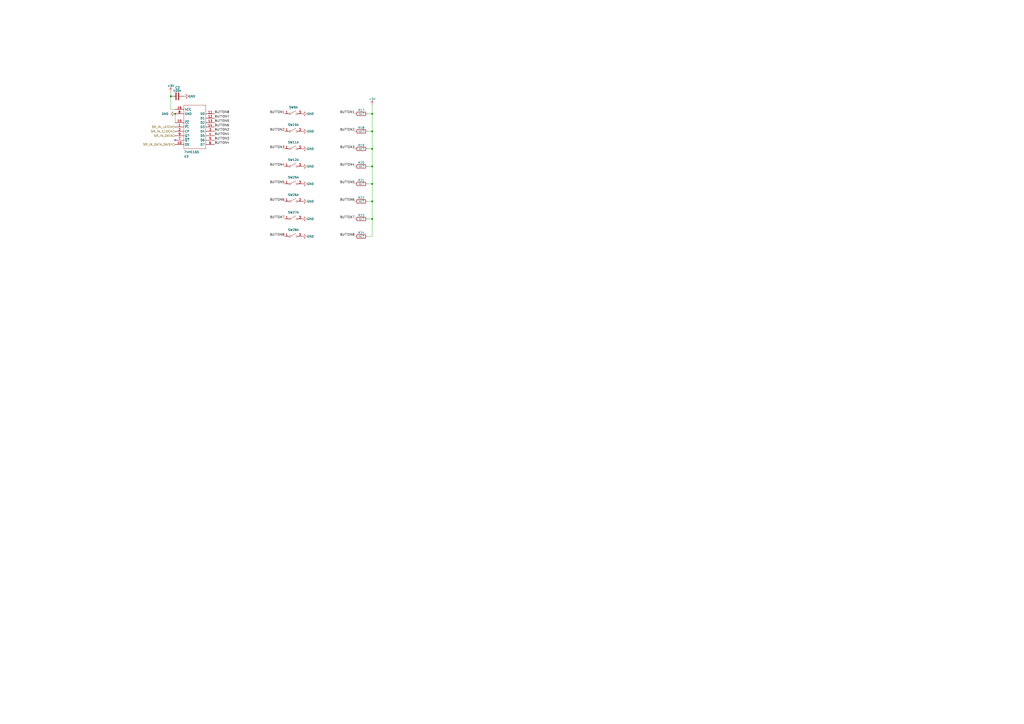
<source format=kicad_sch>
(kicad_sch (version 20250114) (generator "eeschema") (generator_version "9.0")
  (paper "A2")
  (lib_symbols
    (symbol "Device:C" (pin_numbers (hide yes)) (pin_names (offset 0.254))
      (property "Reference" "C" (at 0.635 2.54 0))
      (property "Value" "C" (at 0.635 -2.54 0))
      (symbol "C_0_1"
        (polyline (pts (xy -2.032 0.762) (xy 2.032 0.762)) (stroke (width 0.508)))
        (polyline (pts (xy -2.032 -0.762) (xy 2.032 -0.762)) (stroke (width 0.508)))
      )
      (symbol "C_1_1"
        (pin passive line (at 0 3.81 270) (length 2.794) (name "~") (number "1"))
        (pin passive line (at 0 -3.81 90) (length 2.794) (name "~") (number "2"))
      )
    )
    (symbol "Device:R" (pin_numbers (hide yes)) (pin_names (offset 0))
      (property "Reference" "R" (at 2.032 0 90))
      (property "Value" "R" (at 0 0 90))
      (symbol "R_0_1"
        (rectangle (start -1.016 -2.54) (end 1.016 2.54) (stroke (width 0.254)))
      )
      (symbol "R_1_1"
        (pin passive line (at 0 3.81 270) (length 1.27) (name "~") (number "1"))
        (pin passive line (at 0 -3.81 90) (length 1.27) (name "~") (number "2"))
      )
    )
    (symbol "Igor:74HC165"
      (property "Reference" "U?" (at 6.35 29.21 0))
      (property "Value" "74HC165" (at 6.35 26.67 0))
      (symbol "74HC165_1_0"
        (pin power_in line (at -5.08 22.86 0) (length 5.08) (name "VCC") (number "16"))
        (pin power_in line (at -5.08 20.32 0) (length 5.08) (name "GND") (number "8"))
        (pin input line (at -5.08 15.24 0) (length 5.08) (name "~{CE}") (number "15"))
        (pin input line (at -5.08 12.7 0) (length 5.08) (name "~{PL}") (number "1"))
        (pin input line (at -5.08 10.16 0) (length 5.08) (name "CP") (number "2"))
        (pin output line (at -5.08 7.62 0) (length 5.08) (name "Q7") (number "9"))
        (pin output line (at -5.08 5.08 0) (length 5.08) (name "~{Q7}") (number "7"))
        (pin input line (at -5.08 2.54 0) (length 5.08) (name "DS") (number "10"))
        (pin input line (at 17.78 20.32 180) (length 5.08) (name "D0") (number "11"))
        (pin input line (at 17.78 17.78 180) (length 5.08) (name "D1") (number "12"))
        (pin input line (at 17.78 15.24 180) (length 5.08) (name "D2") (number "13"))
        (pin input line (at 17.78 12.7 180) (length 5.08) (name "D3") (number "14"))
        (pin input line (at 17.78 10.16 180) (length 5.08) (name "D4") (number "3"))
        (pin input line (at 17.78 7.62 180) (length 5.08) (name "D5") (number "4"))
        (pin input line (at 17.78 5.08 180) (length 5.08) (name "D6") (number "5"))
        (pin input line (at 17.78 2.54 180) (length 5.08) (name "D7") (number "6"))
      )
      (symbol "74HC165_1_1"
        (rectangle (start 0 25.4) (end 12.7 0))
      )
    )
    (symbol "Igor:Omron-B3W-9" (pin_names (hide yes))
      (property "Reference" "SW?" (at 0 0 0))
      (symbol "Omron-B3W-9_1_0"
        (circle (center -2.032 0) (radius 0.508))
        (polyline (pts (xy -1.524 0.254) (xy 1.524 1.778)))
        (circle (center 2.032 0) (radius 0.508))
      )
      (symbol "Omron-B3W-9_1_1"
        (pin passive line (at -5.08 0 0) (length 2.54) (name "1") (number "1"))
        (pin passive line (at -5.08 0 0) (length 2.54) (hide yes) (name "2") (number "2"))
        (pin passive line (at 5.08 0 180) (length 2.54) (name "3") (number "3"))
        (pin passive line (at 5.08 0 180) (length 2.54) (hide yes) (name "4") (number "4"))
      )
      (symbol "Omron-B3W-9_2_1"
        (polyline (pts (xy -1.27 0) (xy 1.27 0)))
        (polyline (pts (xy -1.27 -1.27) (xy -1.27 1.27)) (stroke (width 0.254)))
        (polyline (pts (xy -0.508 -1.905) (xy -2.032 -3.429) (xy -1.27 -3.429) (xy -2.032 -3.429) (xy -2.032 -2.667)))
        (polyline (pts (xy 0.762 -1.905) (xy -0.762 -3.429) (xy 0 -3.429) (xy -0.762 -3.429) (xy -0.762 -2.667)))
        (polyline (pts (xy 1.27 -1.27) (xy 1.27 1.27) (xy -1.27 0) (xy 1.27 -1.27)) (stroke (width 0.254)))
        (pin passive line (at -3.81 0 0) (length 2.54) (name "K") (number "-"))
        (pin passive line (at 3.81 0 180) (length 2.54) (name "A") (number "+"))
      )
    )
    (symbol "power:+5V" (power) (pin_numbers (hide yes)) (pin_names (offset 0) (hide yes))
      (property "Value" "+5V" (at 0 3.556 0))
      (symbol "+5V_0_1"
        (polyline (pts (xy -0.762 1.27) (xy 0 2.54)))
        (polyline (pts (xy 0 2.54) (xy 0.762 1.27)))
        (polyline (pts (xy 0 0) (xy 0 2.54)))
      )
      (symbol "+5V_1_1"
        (pin power_in line (at 0 0 90) (length 0) (name "~") (number "1"))
      )
    )
    (symbol "power:GND" (power) (pin_numbers (hide yes)) (pin_names (offset 0) (hide yes))
      (property "Value" "GND" (at 0 -3.81 0))
      (symbol "GND_0_1"
        (polyline (pts (xy 0 0) (xy 0 -1.27) (xy 1.27 -1.27) (xy 0 -2.54) (xy -1.27 -1.27) (xy 0 -1.27)))
      )
      (symbol "GND_1_1"
        (pin power_in line (at 0 0 270) (length 0) (name "~") (number "1"))
      )
    )
  )
  (junction (at 215.9 66.04))
  (junction (at 101.6 66.04))
  (junction (at 215.9 76.2))
  (junction (at 215.9 106.68))
  (junction (at 215.9 116.84))
  (junction (at 215.9 86.36))
  (junction (at 215.9 96.52))
  (junction (at 99.06 55.88))
  (junction (at 215.9 127))
  (no_connect (at 101.6 81.28))
  (wire (pts (xy 213.36 137.16) (xy 215.9 137.16)) (stroke (width 0.1524)))
  (wire (pts (xy 101.6 63.5) (xy 99.06 63.5)) (stroke (width 0.1524)))
  (wire (pts (xy 213.36 76.2) (xy 215.9 76.2)) (stroke (width 0.1524)))
  (wire (pts (xy 213.36 116.84) (xy 215.9 116.84)) (stroke (width 0.1524)))
  (wire (pts (xy 99.06 55.88) (xy 99.06 63.5)) (stroke (width 0.1524)))
  (wire (pts (xy 215.9 116.84) (xy 215.9 106.68)) (stroke (width 0.1524)))
  (wire (pts (xy 101.6 66.04) (xy 101.6 71.12)))
  (wire (pts (xy 213.36 86.36) (xy 215.9 86.36)) (stroke (width 0.1524)))
  (wire (pts (xy 215.9 127) (xy 215.9 116.84)) (stroke (width 0.1524)))
  (wire (pts (xy 215.9 96.52) (xy 215.9 86.36)) (stroke (width 0.1524)))
  (wire (pts (xy 215.9 137.16) (xy 215.9 127)) (stroke (width 0.1524)))
  (wire (pts (xy 215.9 86.36) (xy 215.9 76.2)) (stroke (width 0.1524)))
  (wire (pts (xy 99.06 53.34) (xy 99.06 55.88)) (stroke (width 0.1524)))
  (wire (pts (xy 215.9 76.2) (xy 215.9 66.04)) (stroke (width 0.1524)))
  (wire (pts (xy 213.36 127) (xy 215.9 127)) (stroke (width 0.1524)))
  (wire (pts (xy 213.36 66.04) (xy 215.9 66.04)) (stroke (width 0.1524)))
  (wire (pts (xy 213.36 106.68) (xy 215.9 106.68)) (stroke (width 0.1524)))
  (wire (pts (xy 215.9 66.04) (xy 215.9 60.96)) (stroke (width 0.1524)))
  (wire (pts (xy 213.36 96.52) (xy 215.9 96.52)) (stroke (width 0.1524)))
  (wire (pts (xy 215.9 106.68) (xy 215.9 96.52)) (stroke (width 0.1524)))
  (label "BUTTON3" (at 165.1 86.36 180))
  (label "BUTTON1" (at 124.46 78.74 0))
  (label "BUTTON2" (at 124.46 76.2 0))
  (label "BUTTON4" (at 165.1 96.52 180))
  (label "BUTTON6" (at 165.1 116.84 180))
  (label "BUTTON1" (at 165.1 66.04 180))
  (label "BUTTON5" (at 165.1 106.68 180))
  (label "BUTTON2" (at 205.74 76.2 180))
  (label "BUTTON6" (at 124.46 73.66 0))
  (label "BUTTON2" (at 165.1 76.2 180))
  (label "BUTTON5" (at 205.74 106.68 180))
  (label "BUTTON8" (at 165.1 137.16 180))
  (label "BUTTON7" (at 124.46 68.58 0))
  (label "BUTTON5" (at 124.46 71.12 0))
  (label "BUTTON7" (at 165.1 127 180))
  (label "BUTTON4" (at 124.46 83.82 0))
  (label "BUTTON8" (at 124.46 66.04 0))
  (label "BUTTON8" (at 205.74 137.16 180))
  (label "BUTTON6" (at 205.74 116.84 180))
  (label "BUTTON3" (at 205.74 86.36 180))
  (label "BUTTON1" (at 205.74 66.04 180))
  (label "BUTTON3" (at 124.46 81.28 0))
  (label "BUTTON7" (at 205.74 127 180))
  (label "BUTTON4" (at 205.74 96.52 180))
  (hierarchical_label "SR_IN_DATA_DAISY" (shape input) (at 101.6 83.82 180))
  (hierarchical_label "SR_IN_CLOCK" (shape input) (at 101.6 76.2 180))
  (hierarchical_label "SR_IN_LATCH" (shape input) (at 101.6 73.66 180))
  (hierarchical_label "SR_IN_DATA" (shape input) (at 101.6 78.74 180))
  (symbol (lib_id "power:GND") (at 175.26 76.2 90) (unit 1)
    (property "Reference" "#PWR02" (effects (hide yes)))
    (property "Value" "GND" (at 178.054 76.2 90) (effects (justify right)))
    (property "Description" "Power symbol creates a global label with name \"GND\" , ground" (effects (hide yes)))
    (instances (project "ButtonsLEDs" (path "" (reference "#PWR031") (unit 1)) (path "" (reference "#PWR043") (unit 1)) (path "" (reference "#PWR02") (unit 1)) (path "" (reference "#PWR021") (unit 1))))
  )
  (symbol (lib_id "power:GND") (at 175.26 66.04 90) (unit 1)
    (property "Reference" "#PWR042" (effects (hide yes)))
    (property "Value" "GND" (at 178.054 66.04 90) (effects (justify right)))
    (property "Description" "Power symbol creates a global label with name \"GND\" , ground" (effects (hide yes)))
    (instances (project "ButtonsLEDs" (path "" (reference "#PWR030") (unit 1)) (path "" (reference "#PWR0102") (unit 1)) (path "" (reference "#PWR042") (unit 1)) (path "" (reference "#PWR020") (unit 1))))
  )
  (symbol (lib_id "power:GND") (at 175.26 116.84 90) (unit 1)
    (property "Reference" "#PWR06" (effects (hide yes)))
    (property "Value" "GND" (at 178.054 116.84 90) (effects (justify right)))
    (property "Description" "Power symbol creates a global label with name \"GND\" , ground" (effects (hide yes)))
    (instances (project "ButtonsLEDs" (path "" (reference "#PWR035") (unit 1)) (path "" (reference "#PWR047") (unit 1)) (path "" (reference "#PWR06") (unit 1)) (path "" (reference "#PWR025") (unit 1))))
  )
  (symbol (lib_id "power:GND") (at 175.26 127 90) (unit 1)
    (property "Reference" "#PWR07" (effects (hide yes)))
    (property "Value" "GND" (at 178.054 127 90) (effects (justify right)))
    (property "Description" "Power symbol creates a global label with name \"GND\" , ground" (effects (hide yes)))
    (instances (project "ButtonsLEDs" (path "" (reference "#PWR036") (unit 1)) (path "" (reference "#PWR048") (unit 1)) (path "" (reference "#PWR07") (unit 1)) (path "" (reference "#PWR026") (unit 1))))
  )
  (symbol (lib_id "power:GND") (at 175.26 106.68 90) (unit 1)
    (property "Reference" "#PWR05" (effects (hide yes)))
    (property "Value" "GND" (at 178.054 106.68 90) (effects (justify right)))
    (property "Description" "Power symbol creates a global label with name \"GND\" , ground" (effects (hide yes)))
    (instances (project "ButtonsLEDs" (path "" (reference "#PWR034") (unit 1)) (path "" (reference "#PWR046") (unit 1)) (path "" (reference "#PWR05") (unit 1)) (path "" (reference "#PWR024") (unit 1))))
  )
  (symbol (lib_id "Device:R") (at 209.55 96.52 90) (unit 1)
    (property "Reference" "R4" (at 209.55 93.726 90) (effects (justify bottom)))
    (property "Value" "4k7" (at 209.55 96.52 90))
    (property "Footprint" "Resistor_SMD:R_0603_1608Metric" (effects (hide yes)))
    (property "Description" "Resistor" (effects (hide yes)))
    (property "LCSC" "C99782" (effects (hide yes)))
    (instances (project "ButtonsLEDs" (path "" (reference "R20") (unit 1)) (path "" (reference "R29") (unit 1)) (path "" (reference "R4") (unit 1)) (path "" (reference "R12") (unit 1))))
  )
  (symbol (lib_id "Igor:Omron-B3W-9") (at 170.18 116.84 0) (unit 1)
    (property "Reference" "SW18" (at 170.18 113.03 0))
    (property "Footprint" "Igor:Omron-B3W-9" (effects (hide yes)))
    (property "LCSC" "C5950102" (effects (hide yes)))
    (instances (project "ButtonsLEDs" (path "" (reference "SW26") (unit 1)) (path "" (reference "SW30") (unit 1)) (path "" (reference "SW18") (unit 1)) (path "" (reference "SW22") (unit 1))))
  )
  (symbol (lib_id "power:GND") (at 106.68 55.88 90) (unit 1)
    (property "Reference" "#PWR010" (effects (hide yes)))
    (property "Value" "GND" (at 109.22 55.88 90) (effects (justify right)))
    (property "Description" "Power symbol creates a global label with name \"GND\" , ground" (effects (hide yes)))
    (instances (project "ButtonsLEDs" (path "" (reference "#PWR029") (unit 1)) (path "" (reference "#PWR041") (unit 1)) (path "" (reference "#PWR010") (unit 1)) (path "" (reference "#PWR019") (unit 1))))
  )
  (symbol (lib_id "Igor:Omron-B3W-9") (at 170.18 106.68 0) (unit 1)
    (property "Reference" "SW17" (at 170.18 102.87 0))
    (property "Footprint" "Igor:Omron-B3W-9" (effects (hide yes)))
    (property "LCSC" "C5950102" (effects (hide yes)))
    (instances (project "ButtonsLEDs" (path "" (reference "SW25") (unit 1)) (path "" (reference "SW29") (unit 1)) (path "" (reference "SW17") (unit 1)) (path "" (reference "SW21") (unit 1))))
  )
  (symbol (lib_id "Device:R") (at 209.55 66.04 90) (unit 1)
    (property "Reference" "R1" (at 209.55 63.246 90) (effects (justify bottom)))
    (property "Value" "4k7" (at 209.55 66.04 90))
    (property "Footprint" "Resistor_SMD:R_0603_1608Metric" (effects (hide yes)))
    (property "Description" "Resistor" (effects (hide yes)))
    (property "LCSC" "C99782" (effects (hide yes)))
    (instances (project "ButtonsLEDs" (path "" (reference "R17") (unit 1)) (path "" (reference "R25") (unit 1)) (path "" (reference "R1") (unit 1)) (path "" (reference "R9") (unit 1))))
  )
  (symbol (lib_id "Device:R") (at 209.55 127 90) (unit 1)
    (property "Reference" "R7" (at 209.55 124.206 90) (effects (justify bottom)))
    (property "Value" "4k7" (at 209.55 127 90))
    (property "Footprint" "Resistor_SMD:R_0603_1608Metric" (effects (hide yes)))
    (property "Description" "Resistor" (effects (hide yes)))
    (property "LCSC" "C99782" (effects (hide yes)))
    (instances (project "ButtonsLEDs" (path "" (reference "R23") (unit 1)) (path "" (reference "R32") (unit 1)) (path "" (reference "R7") (unit 1)) (path "" (reference "R15") (unit 1))))
  )
  (symbol (lib_id "Device:R") (at 209.55 76.2 90) (unit 1)
    (property "Reference" "R2" (at 209.55 73.406 90) (effects (justify bottom)))
    (property "Value" "4k7" (at 209.55 76.2 90))
    (property "Footprint" "Resistor_SMD:R_0603_1608Metric" (effects (hide yes)))
    (property "Description" "Resistor" (effects (hide yes)))
    (property "LCSC" "C99782" (effects (hide yes)))
    (instances (project "ButtonsLEDs" (path "" (reference "R18") (unit 1)) (path "" (reference "R27") (unit 1)) (path "" (reference "R2") (unit 1)) (path "" (reference "R10") (unit 1))))
  )
  (symbol (lib_id "Device:C") (at 102.87 55.88 90) (unit 1)
    (property "Reference" "C1" (at 101.6 51.562 90) (effects (justify right top)))
    (property "Value" "100n" (at 100.33 53.34 90) (effects (justify right top)))
    (property "Footprint" "Capacitor_SMD:C_0402_1005Metric" (effects (hide yes)))
    (property "Description" "Unpolarized capacitor" (effects (hide yes)))
    (property "LCSC" "C1525" (effects (hide yes)))
    (instances (project "ButtonsLEDs" (path "" (reference "C3") (unit 1)) (path "" (reference "C4") (unit 1)) (path "" (reference "C1") (unit 1)) (path "" (reference "C2") (unit 1))))
  )
  (symbol (lib_id "power:+5V") (at 215.9 60.96 0) (unit 1)
    (property "Reference" "#PWR028" (effects (hide yes)))
    (property "Value" "+5V" (at 215.9 57.404 0))
    (property "Description" "Power symbol creates a global label with name \"+5V\"" (effects (hide yes)))
    (instances (project "ButtonsLEDs" (path "" (reference "#PWR039") (unit 1)) (path "" (reference "#PWR050") (unit 1)) (path "" (reference "#PWR028") (unit 1)) (path "" (reference "#PWR038") (unit 1))))
  )
  (symbol (lib_id "Igor:Omron-B3W-9") (at 170.18 66.04 0) (unit 1)
    (property "Reference" "SW1" (at 170.18 62.23 0))
    (property "Footprint" "Igor:Omron-B3W-9" (effects (hide yes)))
    (property "LCSC" "C5571664" (effects (hide yes)))
    (instances (project "ButtonsLEDs" (path "" (reference "SW9") (unit 1)) (path "" (reference "SW13") (unit 1)) (path "" (reference "SW1") (unit 1)) (path "" (reference "SW5") (unit 1))))
  )
  (symbol (lib_id "Igor:Omron-B3W-9") (at 170.18 96.52 0) (unit 1)
    (property "Reference" "SW4" (at 170.18 92.71 0))
    (property "Footprint" "Igor:Omron-B3W-9" (effects (hide yes)))
    (property "LCSC" "C5571664" (effects (hide yes)))
    (instances (project "ButtonsLEDs" (path "" (reference "SW12") (unit 1)) (path "" (reference "SW16") (unit 1)) (path "" (reference "SW4") (unit 1)) (path "" (reference "SW8") (unit 1))))
  )
  (symbol (lib_id "Igor:Omron-B3W-9") (at 170.18 137.16 0) (unit 1)
    (property "Reference" "SW20" (at 170.18 133.35 0))
    (property "Footprint" "Igor:Omron-B3W-9" (effects (hide yes)))
    (property "LCSC" "C5950102" (effects (hide yes)))
    (instances (project "ButtonsLEDs" (path "" (reference "SW28") (unit 1)) (path "" (reference "SW32") (unit 1)) (path "" (reference "SW20") (unit 1)) (path "" (reference "SW24") (unit 1))))
  )
  (symbol (lib_id "Device:R") (at 209.55 116.84 90) (unit 1)
    (property "Reference" "R6" (at 209.55 114.046 90) (effects (justify bottom)))
    (property "Value" "4k7" (at 209.55 116.84 90))
    (property "Footprint" "Resistor_SMD:R_0603_1608Metric" (effects (hide yes)))
    (property "Description" "Resistor" (effects (hide yes)))
    (property "LCSC" "C99782" (effects (hide yes)))
    (instances (project "ButtonsLEDs" (path "" (reference "R22") (unit 1)) (path "" (reference "R31") (unit 1)) (path "" (reference "R6") (unit 1)) (path "" (reference "R14") (unit 1))))
  )
  (symbol (lib_id "Igor:74HC165") (at 106.68 86.36 0) (unit 1)
    (property "Reference" "U1" (at 106.68 91.44 0) (effects (justify left bottom)))
    (property "Value" "74HC165" (at 106.68 88.9 0) (effects (justify left bottom)))
    (property "Footprint" "Package_SO:SOIC-16_3.9x9.9mm_P1.27mm" (effects (hide yes)))
    (property "Description" "8-bit parallel-in/serial out shift register" (effects (hide yes)))
    (property "LCSC" "C5613" (effects (hide yes)))
    (instances (project "ButtonsLEDs" (path "" (reference "U3") (unit 1)) (path "" (reference "U4") (unit 1)) (path "" (reference "U1") (unit 1)) (path "" (reference "U2") (unit 1))))
  )
  (symbol (lib_id "power:GND") (at 175.26 86.36 90) (unit 1)
    (property "Reference" "#PWR03" (effects (hide yes)))
    (property "Value" "GND" (at 178.054 86.36 90) (effects (justify right)))
    (property "Description" "Power symbol creates a global label with name \"GND\" , ground" (effects (hide yes)))
    (instances (project "ButtonsLEDs" (path "" (reference "#PWR032") (unit 1)) (path "" (reference "#PWR044") (unit 1)) (path "" (reference "#PWR03") (unit 1)) (path "" (reference "#PWR022") (unit 1))))
  )
  (symbol (lib_id "Device:R") (at 209.55 86.36 90) (unit 1)
    (property "Reference" "R3" (at 209.55 83.566 90) (effects (justify bottom)))
    (property "Value" "4k7" (at 209.55 86.36 90))
    (property "Footprint" "Resistor_SMD:R_0603_1608Metric" (effects (hide yes)))
    (property "Description" "Resistor" (effects (hide yes)))
    (property "LCSC" "C99782" (effects (hide yes)))
    (instances (project "ButtonsLEDs" (path "" (reference "R19") (unit 1)) (path "" (reference "R28") (unit 1)) (path "" (reference "R3") (unit 1)) (path "" (reference "R11") (unit 1))))
  )
  (symbol (lib_id "Device:R") (at 209.55 106.68 90) (unit 1)
    (property "Reference" "R5" (at 209.55 103.886 90) (effects (justify bottom)))
    (property "Value" "4k7" (at 209.55 106.68 90))
    (property "Footprint" "Resistor_SMD:R_0603_1608Metric" (effects (hide yes)))
    (property "Description" "Resistor" (effects (hide yes)))
    (property "LCSC" "C99782" (effects (hide yes)))
    (instances (project "ButtonsLEDs" (path "" (reference "R21") (unit 1)) (path "" (reference "R30") (unit 1)) (path "" (reference "R5") (unit 1)) (path "" (reference "R13") (unit 1))))
  )
  (symbol (lib_id "power:GND") (at 175.26 96.52 90) (unit 1)
    (property "Reference" "#PWR04" (effects (hide yes)))
    (property "Value" "GND" (at 178.054 96.52 90) (effects (justify right)))
    (property "Description" "Power symbol creates a global label with name \"GND\" , ground" (effects (hide yes)))
    (instances (project "ButtonsLEDs" (path "" (reference "#PWR033") (unit 1)) (path "" (reference "#PWR045") (unit 1)) (path "" (reference "#PWR04") (unit 1)) (path "" (reference "#PWR023") (unit 1))))
  )
  (symbol (lib_id "Igor:Omron-B3W-9") (at 170.18 76.2 0) (unit 1)
    (property "Reference" "SW2" (at 170.18 72.39 0))
    (property "Footprint" "Igor:Omron-B3W-9" (effects (hide yes)))
    (property "LCSC" "C5571664" (effects (hide yes)))
    (instances (project "ButtonsLEDs" (path "" (reference "SW10") (unit 1)) (path "" (reference "SW14") (unit 1)) (path "" (reference "SW2") (unit 1)) (path "" (reference "SW6") (unit 1))))
  )
  (symbol (lib_id "power:GND") (at 175.26 137.16 90) (unit 1)
    (property "Reference" "#PWR08" (effects (hide yes)))
    (property "Value" "GND" (at 178.054 137.16 90) (effects (justify right)))
    (property "Description" "Power symbol creates a global label with name \"GND\" , ground" (effects (hide yes)))
    (instances (project "ButtonsLEDs" (path "" (reference "#PWR037") (unit 1)) (path "" (reference "#PWR049") (unit 1)) (path "" (reference "#PWR08") (unit 1)) (path "" (reference "#PWR027") (unit 1))))
  )
  (symbol (lib_id "power:+5V") (at 99.06 53.34 0) (unit 1)
    (property "Reference" "#PWR01" (effects (hide yes)))
    (property "Value" "+5V" (at 99.06 49.784 0))
    (property "Description" "Power symbol creates a global label with name \"+5V\"" (effects (hide yes)))
    (instances (project "ButtonsLEDs" (path "" (reference "#PWR016") (unit 1)) (path "" (reference "#PWR017") (unit 1)) (path "" (reference "#PWR01") (unit 1)) (path "" (reference "#PWR012") (unit 1))))
  )
  (symbol (lib_id "Igor:Omron-B3W-9") (at 170.18 86.36 0) (unit 1)
    (property "Reference" "SW3" (at 170.18 82.55 0))
    (property "Footprint" "Igor:Omron-B3W-9" (effects (hide yes)))
    (property "LCSC" "C5571664" (effects (hide yes)))
    (instances (project "ButtonsLEDs" (path "" (reference "SW11") (unit 1)) (path "" (reference "SW15") (unit 1)) (path "" (reference "SW3") (unit 1)) (path "" (reference "SW7") (unit 1))))
  )
  (symbol (lib_id "power:GND") (at 101.6 66.04 270) (unit 1)
    (property "Reference" "#PWR09" (effects (hide yes)))
    (property "Value" "GND" (at 97.79 66.0399 90) (effects (justify right)))
    (property "Description" "Power symbol creates a global label with name \"GND\" , ground" (effects (hide yes)))
    (instances (project "ButtonsLEDs" (path "" (reference "#PWR015") (unit 1)) (path "" (reference "#PWR040") (unit 1)) (path "" (reference "#PWR09") (unit 1)) (path "" (reference "#PWR018") (unit 1))))
  )
  (symbol (lib_id "Device:R") (at 209.55 137.16 90) (unit 1)
    (property "Reference" "R8" (at 209.55 134.366 90) (effects (justify bottom)))
    (property "Value" "4k7" (at 209.55 137.16 90))
    (property "Footprint" "Resistor_SMD:R_0603_1608Metric" (effects (hide yes)))
    (property "Description" "Resistor" (effects (hide yes)))
    (property "LCSC" "C99782" (effects (hide yes)))
    (instances (project "ButtonsLEDs" (path "" (reference "R24") (unit 1)) (path "" (reference "R33") (unit 1)) (path "" (reference "R8") (unit 1)) (path "" (reference "R16") (unit 1))))
  )
  (symbol (lib_id "Igor:Omron-B3W-9") (at 170.18 127 0) (unit 1)
    (property "Reference" "SW19" (at 170.18 123.19 0))
    (property "Footprint" "Igor:Omron-B3W-9" (effects (hide yes)))
    (property "LCSC" "C5950102" (effects (hide yes)))
    (instances (project "ButtonsLEDs" (path "" (reference "SW27") (unit 1)) (path "" (reference "SW31") (unit 1)) (path "" (reference "SW19") (unit 1)) (path "" (reference "SW23") (unit 1))))
  )
)
</source>
